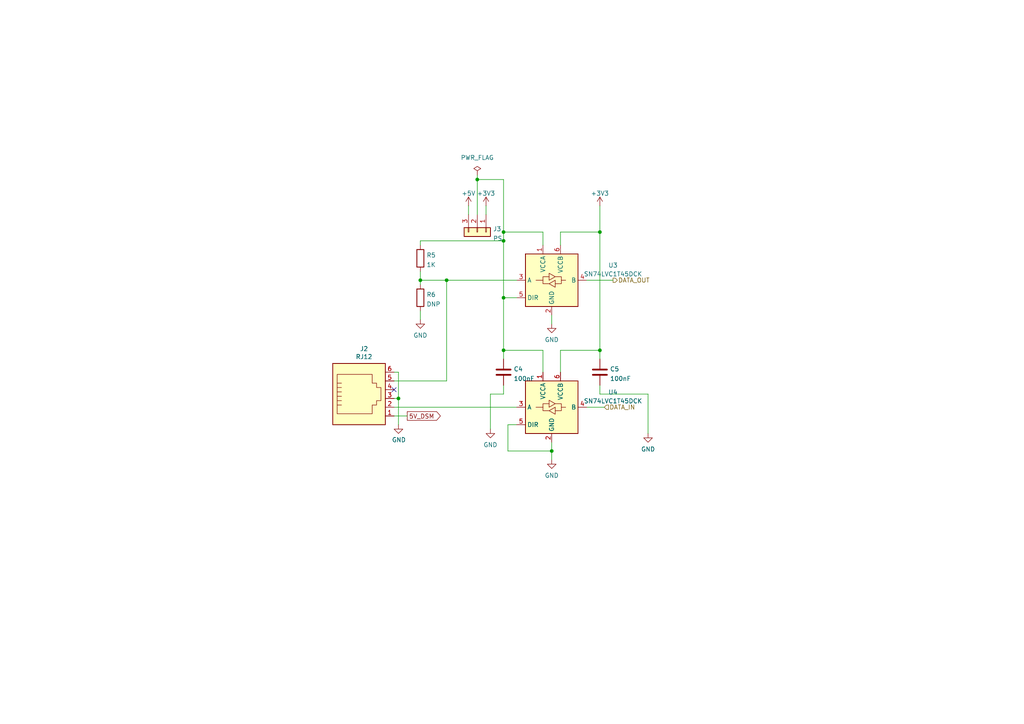
<source format=kicad_sch>
(kicad_sch (version 20211123) (generator eeschema)
  (paper "A4")
  (lib_symbols
    (symbol "Connector:RJ12" (pin_names (offset 1.016))
      (property "Reference" "J" (at -5.08 11.43 0))
      (property "Value" "RJ12" (at 2.54 11.43 0))
      (symbol "RJ12_0_1"
        (polyline (pts (xy -6.35 -1.905) (xy -5.08 -1.905) (xy -5.08 -1.905)))
        (polyline (pts (xy -6.35 -0.635) (xy -5.08 -0.635) (xy -5.08 -0.635)))
        (polyline (pts (xy -6.35 0.635) (xy -5.08 0.635) (xy -5.08 0.635)))
        (polyline (pts (xy -6.35 1.905) (xy -5.08 1.905) (xy -5.08 1.905)))
        (polyline (pts (xy -6.35 3.175) (xy -5.08 3.175) (xy -5.08 3.175)))
        (polyline (pts (xy -5.08 4.445) (xy -6.35 4.445) (xy -6.35 4.445)))
        (polyline (pts (xy -6.35 -4.445) (xy -6.35 6.985) (xy 3.81 6.985) (xy 3.81 4.445) (xy 5.08 4.445) (xy 5.08 3.175) (xy 6.35 3.175) (xy 6.35 -0.635) (xy 5.08 -0.635) (xy 5.08 -1.905) (xy 3.81 -1.905) (xy 3.81 -4.445) (xy -6.35 -4.445) (xy -6.35 -4.445)))
        (rectangle (start 7.62 10.16) (end -7.62 -7.62) (stroke (width 0.254)) (fill (type background)))
      )
      (symbol "RJ12_1_1"
        (pin passive line (at 10.16 -5.08 180) (length 2.54) (name "~") (number "1"))
        (pin passive line (at 10.16 -2.54 180) (length 2.54) (name "~") (number "2"))
        (pin passive line (at 10.16 0 180) (length 2.54) (name "~") (number "3"))
        (pin passive line (at 10.16 2.54 180) (length 2.54) (name "~") (number "4"))
        (pin passive line (at 10.16 5.08 180) (length 2.54) (name "~") (number "5"))
        (pin passive line (at 10.16 7.62 180) (length 2.54) (name "~") (number "6"))
      )
    )
    (symbol "Connector_Generic:Conn_01x03" (pin_names (offset 1.016) hide)
      (property "Reference" "J" (at 0 5.08 0))
      (property "Value" "Conn_01x03" (at 0 -5.08 0))
      (symbol "Conn_01x03_1_1"
        (rectangle (start -1.27 -2.413) (end 0 -2.667) (stroke (width 0.1524)))
        (rectangle (start -1.27 0.127) (end 0 -0.127) (stroke (width 0.1524)))
        (rectangle (start -1.27 2.667) (end 0 2.413) (stroke (width 0.1524)))
        (rectangle (start -1.27 3.81) (end 1.27 -3.81) (stroke (width 0.254)) (fill (type background)))
        (pin passive line (at -5.08 2.54 0) (length 3.81) (name "Pin_1") (number "1"))
        (pin passive line (at -5.08 0 0) (length 3.81) (name "Pin_2") (number "2"))
        (pin passive line (at -5.08 -2.54 0) (length 3.81) (name "Pin_3") (number "3"))
      )
    )
    (symbol "Device:C" (pin_numbers hide) (pin_names (offset 0.254))
      (property "Reference" "C" (at 0.635 2.54 0))
      (property "Value" "C" (at 0.635 -2.54 0))
      (symbol "C_0_1"
        (polyline (pts (xy -2.032 -0.762) (xy 2.032 -0.762)) (stroke (width 0.508)))
        (polyline (pts (xy -2.032 0.762) (xy 2.032 0.762)) (stroke (width 0.508)))
      )
      (symbol "C_1_1"
        (pin passive line (at 0 3.81 270) (length 2.794) (name "~") (number "1"))
        (pin passive line (at 0 -3.81 90) (length 2.794) (name "~") (number "2"))
      )
    )
    (symbol "Device:R" (pin_numbers hide) (pin_names (offset 0))
      (property "Reference" "R" (at 2.032 0 90))
      (property "Value" "R" (at 0 0 90))
      (symbol "R_0_1"
        (rectangle (start -1.016 -2.54) (end 1.016 2.54) (stroke (width 0.254)))
      )
      (symbol "R_1_1"
        (pin passive line (at 0 3.81 270) (length 1.27) (name "~") (number "1"))
        (pin passive line (at 0 -3.81 90) (length 1.27) (name "~") (number "2"))
      )
    )
    (symbol "Logic_LevelTranslator:SN74LVC1T45DCK"
      (property "Reference" "U" (at -6.35 8.89 0))
      (property "Value" "SN74LVC1T45DCK" (at 3.81 8.89 0))
      (symbol "SN74LVC1T45DCK_0_1"
        (rectangle (start -7.62 7.62) (end 7.62 -7.62) (stroke (width 0.254)) (fill (type background)))
        (polyline (pts (xy -2.54 0) (xy -2.54 1.016) (xy -0.762 1.016)))
        (polyline (pts (xy 2.794 0) (xy 2.794 -1.016) (xy 1.016 -1.016)))
        (polyline (pts (xy -0.762 -1.016) (xy -2.54 -1.016) (xy -2.54 0) (xy -4.572 0)))
        (polyline (pts (xy -0.762 0) (xy -0.762 2.032) (xy 1.016 1.016) (xy -0.762 0)))
        (polyline (pts (xy 1.016 1.016) (xy 2.794 1.016) (xy 2.794 0) (xy 4.064 0)))
        (polyline (pts (xy 1.016 0) (xy 1.016 -1.778) (xy 1.016 -2.032) (xy -0.762 -1.016) (xy 1.016 0)))
      )
      (symbol "SN74LVC1T45DCK_1_1"
        (pin power_in line (at -2.54 10.16 270) (length 2.54) (name "VCCA") (number "1"))
        (pin power_in line (at 0 -10.16 90) (length 2.54) (name "GND") (number "2"))
        (pin bidirectional line (at -10.16 0 0) (length 2.54) (name "A") (number "3"))
        (pin bidirectional line (at 10.16 0 180) (length 2.54) (name "B") (number "4"))
        (pin input line (at -10.16 -5.08 0) (length 2.54) (name "DIR") (number "5"))
        (pin power_in line (at 2.54 10.16 270) (length 2.54) (name "VCCB") (number "6"))
      )
    )
    (symbol "power:+3.3V" (power) (pin_names (offset 0))
      (property "Value" "+3.3V" (at 0 3.556 0))
      (symbol "+3.3V_0_1"
        (polyline (pts (xy -0.762 1.27) (xy 0 2.54)))
        (polyline (pts (xy 0 0) (xy 0 2.54)))
        (polyline (pts (xy 0 2.54) (xy 0.762 1.27)))
      )
      (symbol "+3.3V_1_1"
        (pin power_in line (at 0 0 90) (length 0) hide (name "+3V3") (number "1"))
      )
    )
    (symbol "power:+5V" (power) (pin_names (offset 0))
      (property "Value" "+5V" (at 0 3.556 0))
      (symbol "+5V_0_1"
        (polyline (pts (xy -0.762 1.27) (xy 0 2.54)))
        (polyline (pts (xy 0 0) (xy 0 2.54)))
        (polyline (pts (xy 0 2.54) (xy 0.762 1.27)))
      )
      (symbol "+5V_1_1"
        (pin power_in line (at 0 0 90) (length 0) hide (name "+5V") (number "1"))
      )
    )
    (symbol "power:GND" (power) (pin_names (offset 0))
      (property "Value" "GND" (at 0 -3.81 0))
      (symbol "GND_0_1"
        (polyline (pts (xy 0 0) (xy 0 -1.27) (xy 1.27 -1.27) (xy 0 -2.54) (xy -1.27 -1.27) (xy 0 -1.27)))
      )
      (symbol "GND_1_1"
        (pin power_in line (at 0 0 270) (length 0) hide (name "GND") (number "1"))
      )
    )
    (symbol "power:PWR_FLAG" (power) (pin_numbers hide) (pin_names (offset 0) hide)
      (property "Value" "PWR_FLAG" (at 0 3.81 0))
      (symbol "PWR_FLAG_0_0"
        (pin power_out line (at 0 0 90) (length 0) (name "pwr") (number "1"))
      )
      (symbol "PWR_FLAG_0_1"
        (polyline (pts (xy 0 0) (xy 0 1.27) (xy -1.016 1.905) (xy 0 2.54) (xy 1.016 1.905) (xy 0 1.27)))
      )
    )
  )
  (junction (at 146.05 67.31))
  (junction (at 160.02 130.81))
  (junction (at 129.54 81.28))
  (junction (at 146.05 69.85))
  (junction (at 121.92 81.28))
  (junction (at 173.99 101.6))
  (junction (at 146.05 101.6))
  (junction (at 115.57 115.57))
  (junction (at 173.99 67.31))
  (junction (at 138.43 52.07))
  (junction (at 146.05 86.36))
  (no_connect (at 114.3 113.03))
  (wire (pts (xy 138.43 50.8) (xy 138.43 52.07)))
  (wire (pts (xy 146.05 67.31) (xy 146.05 69.85)))
  (wire (pts (xy 142.24 114.3) (xy 142.24 124.46)))
  (wire (pts (xy 146.05 101.6) (xy 146.05 104.14)))
  (wire (pts (xy 157.48 71.12) (xy 157.48 67.31)))
  (wire (pts (xy 149.86 123.19) (xy 147.32 123.19)))
  (wire (pts (xy 121.92 78.74) (xy 121.92 81.28)))
  (wire (pts (xy 146.05 86.36) (xy 149.86 86.36)))
  (wire (pts (xy 114.3 115.57) (xy 115.57 115.57)))
  (wire (pts (xy 114.3 107.95) (xy 115.57 107.95)))
  (wire (pts (xy 121.92 69.85) (xy 146.05 69.85)))
  (wire (pts (xy 173.99 101.6) (xy 162.56 101.6)))
  (wire (pts (xy 129.54 110.49) (xy 129.54 81.28)))
  (wire (pts (xy 160.02 130.81) (xy 160.02 128.27)))
  (wire (pts (xy 146.05 114.3) (xy 142.24 114.3)))
  (wire (pts (xy 157.48 101.6) (xy 157.48 107.95)))
  (wire (pts (xy 173.99 111.76) (xy 173.99 114.3)))
  (wire (pts (xy 121.92 90.17) (xy 121.92 92.71)))
  (wire (pts (xy 140.97 59.69) (xy 140.97 62.23)))
  (wire (pts (xy 170.18 118.11) (xy 175.26 118.11)))
  (wire (pts (xy 173.99 59.69) (xy 173.99 67.31)))
  (wire (pts (xy 173.99 101.6) (xy 173.99 104.14)))
  (wire (pts (xy 146.05 101.6) (xy 157.48 101.6)))
  (wire (pts (xy 162.56 71.12) (xy 162.56 67.31)))
  (wire (pts (xy 115.57 107.95) (xy 115.57 115.57)))
  (wire (pts (xy 157.48 67.31) (xy 146.05 67.31)))
  (wire (pts (xy 147.32 130.81) (xy 160.02 130.81)))
  (wire (pts (xy 170.18 81.28) (xy 177.8 81.28)))
  (wire (pts (xy 138.43 52.07) (xy 146.05 52.07)))
  (wire (pts (xy 129.54 81.28) (xy 121.92 81.28)))
  (wire (pts (xy 146.05 86.36) (xy 146.05 101.6)))
  (wire (pts (xy 121.92 71.12) (xy 121.92 69.85)))
  (wire (pts (xy 146.05 52.07) (xy 146.05 67.31)))
  (wire (pts (xy 173.99 67.31) (xy 173.99 101.6)))
  (wire (pts (xy 162.56 101.6) (xy 162.56 107.95)))
  (wire (pts (xy 115.57 115.57) (xy 115.57 123.19)))
  (wire (pts (xy 147.32 123.19) (xy 147.32 130.81)))
  (wire (pts (xy 138.43 62.23) (xy 138.43 52.07)))
  (wire (pts (xy 129.54 81.28) (xy 149.86 81.28)))
  (wire (pts (xy 160.02 130.81) (xy 160.02 133.35)))
  (wire (pts (xy 146.05 111.76) (xy 146.05 114.3)))
  (wire (pts (xy 187.96 114.3) (xy 187.96 125.73)))
  (wire (pts (xy 114.3 120.65) (xy 118.11 120.65)))
  (wire (pts (xy 114.3 118.11) (xy 149.86 118.11)))
  (wire (pts (xy 160.02 91.44) (xy 160.02 93.98)))
  (wire (pts (xy 146.05 69.85) (xy 146.05 86.36)))
  (wire (pts (xy 121.92 81.28) (xy 121.92 82.55)))
  (wire (pts (xy 162.56 67.31) (xy 173.99 67.31)))
  (wire (pts (xy 173.99 114.3) (xy 187.96 114.3)))
  (wire (pts (xy 135.89 59.69) (xy 135.89 62.23)))
  (wire (pts (xy 114.3 110.49) (xy 129.54 110.49)))
  (global_label "5V_DSM" (shape output) (at 118.11 120.65 0) (property "Intersheet References" "${INTERSHEET_REFS}" (effects hide)))
  (hierarchical_label "DATA_IN" (shape input) (at 175.26 118.11 0))
  (hierarchical_label "DATA_OUT" (shape output) (at 177.8 81.28 0))
  (symbol (lib_id "Connector:RJ12") (at 104.14 115.57 0) (unit 1)
    (property "Reference" "J2" (at 105.5878 101.1682 0))
    (property "Value" "RJ12" (at 105.5878 103.4796 0))
    (property "Footprint" "Connector_RJ:RJ12_Amphenol_54601" (effects hide))
    (property "LCSC" "C305981" (effects hide))
  )
  (symbol (lib_id "power:GND") (at 115.57 123.19 0) (unit 1)
    (property "Reference" "#PWR0114" (effects hide))
    (property "Value" "GND" (at 115.697 127.5842 0))
  )
  (symbol (lib_id "power:GND") (at 187.96 125.73 0) (unit 1)
    (property "Reference" "#PWR0112" (effects hide))
    (property "Value" "GND" (at 187.96 130.2925 0))
  )
  (symbol (lib_id "Logic_LevelTranslator:SN74LVC1T45DCK") (at 160.02 118.11 0) (unit 1)
    (property "Reference" "U4" (at 177.8 113.7793 0))
    (property "Value" "SN74LVC1T45DCK" (at 177.8 116.3193 0))
    (property "Footprint" "Package_TO_SOT_SMD:SOT-363_SC-70-6" (effects hide))
    (property "Datasheet" "http://www.ti.com/lit/ds/symlink/sn74lvc1t45.pdf" (effects hide))
    (property "LCSC" "C133077" (effects hide))
  )
  (symbol (lib_id "Logic_LevelTranslator:SN74LVC1T45DCK") (at 160.02 81.28 0) (unit 1)
    (property "Reference" "U3" (at 177.8 76.9493 0))
    (property "Value" "SN74LVC1T45DCK" (at 177.8 79.4893 0))
    (property "Footprint" "Package_TO_SOT_SMD:SOT-363_SC-70-6" (effects hide))
    (property "Datasheet" "http://www.ti.com/lit/ds/symlink/sn74lvc1t45.pdf" (effects hide))
    (property "LCSC" "C133077" (effects hide))
  )
  (symbol (lib_id "Device:C") (at 173.99 107.95 0) (unit 1)
    (property "Reference" "C5" (at 176.911 107.0415 0) (effects (justify left)))
    (property "Value" "100nF" (at 176.911 109.8166 0) (effects (justify left)))
    (property "Footprint" "Capacitor_SMD:C_0603_1608Metric" (effects hide))
    (property "LCSC" "C14663" (effects hide))
  )
  (symbol (lib_id "Connector_Generic:Conn_01x03") (at 138.43 67.31 270) (unit 1)
    (property "Reference" "J3" (at 143.002 66.4015 90) (effects (justify left)))
    (property "Value" "PS" (at 143.002 69.1766 90) (effects (justify left)))
    (property "Footprint" "Connector_PinHeader_2.54mm:PinHeader_1x03_P2.54mm_Vertical" (effects hide))
  )
  (symbol (lib_id "power:+5V") (at 135.89 59.69 0) (unit 1)
    (property "Reference" "#PWR0108" (effects hide))
    (property "Value" "+5V" (at 135.89 56.0855 0))
  )
  (symbol (lib_id "power:GND") (at 160.02 93.98 0) (unit 1)
    (property "Reference" "#PWR0110" (effects hide))
    (property "Value" "GND" (at 160.02 98.5425 0))
  )
  (symbol (lib_id "power:GND") (at 142.24 124.46 0) (unit 1)
    (property "Reference" "#PWR0115" (effects hide))
    (property "Value" "GND" (at 142.24 129.0225 0))
  )
  (symbol (lib_id "power:GND") (at 121.92 92.71 0) (unit 1)
    (property "Reference" "#PWR0111" (effects hide))
    (property "Value" "GND" (at 121.92 97.2725 0))
  )
  (symbol (lib_id "power:GND") (at 160.02 133.35 0) (unit 1)
    (property "Reference" "#PWR0113" (effects hide))
    (property "Value" "GND" (at 160.02 137.9125 0))
  )
  (symbol (lib_id "power:PWR_FLAG") (at 138.43 50.8 0) (unit 1)
    (property "Reference" "#FLG0103" (effects hide))
    (property "Value" "PWR_FLAG" (at 138.43 45.72 0))
  )
  (symbol (lib_id "Device:R") (at 121.92 86.36 0) (unit 1)
    (property "Reference" "R6" (at 123.698 85.4515 0) (effects (justify left)))
    (property "Value" "DNP" (at 123.698 88.2266 0) (effects (justify left)))
    (property "Footprint" "Resistor_SMD:R_0603_1608Metric" (effects hide))
  )
  (symbol (lib_id "power:+3.3V") (at 173.99 59.69 0) (unit 1)
    (property "Reference" "#PWR0107" (effects hide))
    (property "Value" "+3.3V" (at 173.99 56.0855 0))
  )
  (symbol (lib_id "power:+3.3V") (at 140.97 59.69 0) (unit 1)
    (property "Reference" "#PWR0109" (effects hide))
    (property "Value" "+3.3V" (at 140.97 56.0855 0))
  )
  (symbol (lib_id "Device:C") (at 146.05 107.95 0) (unit 1)
    (property "Reference" "C4" (at 148.971 107.0415 0) (effects (justify left)))
    (property "Value" "100nF" (at 148.971 109.8166 0) (effects (justify left)))
    (property "Footprint" "Capacitor_SMD:C_0603_1608Metric" (effects hide))
    (property "LCSC" "C14663" (effects hide))
  )
  (symbol (lib_id "Device:R") (at 121.92 74.93 0) (unit 1)
    (property "Reference" "R5" (at 123.698 74.0215 0) (effects (justify left)))
    (property "Value" "1K" (at 123.698 76.7966 0) (effects (justify left)))
    (property "Footprint" "Resistor_SMD:R_0603_1608Metric" (effects hide))
    (property "LCSC" "C21190" (effects hide))
  )
)
</source>
